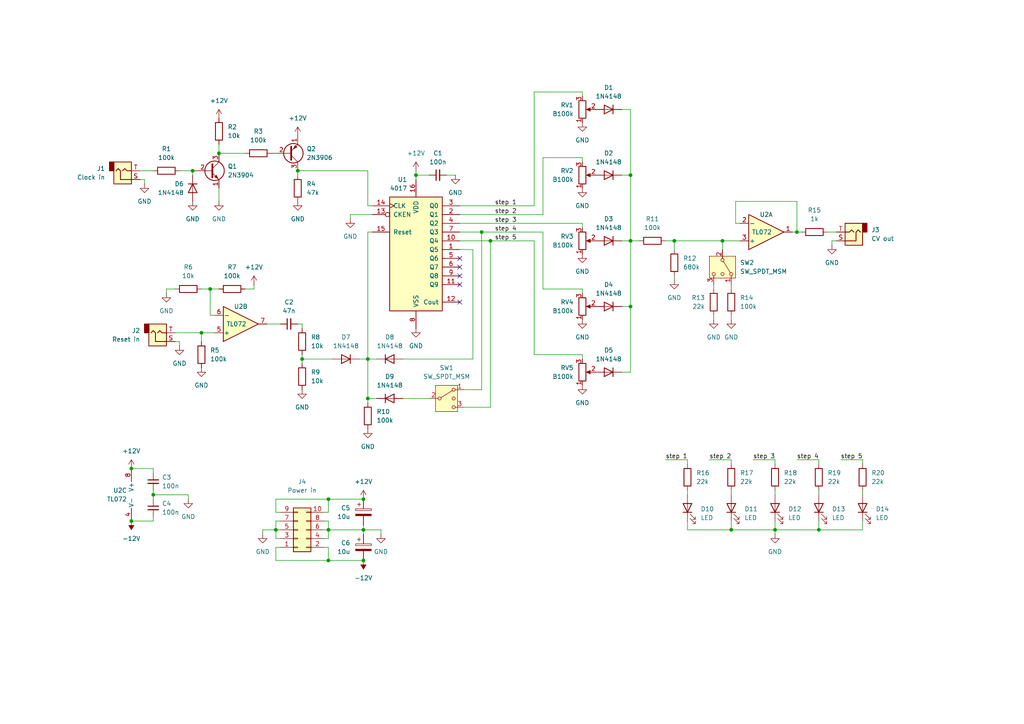
<source format=kicad_sch>
(kicad_sch (version 20231120) (generator "eeschema") (generator_version "8.0")
  (paper "A4")
  (title_block (title "5equencer") (date "2024-11-01") (rev "1.1") (company "Sandelinos") (comment 1 "https://sandelinos.me/diy/5equencer"))
  (lib_symbols
    (symbol "4xxx:4017" (pin_names (offset 1.016))
      (property "Reference" "U" (at -7.62 16.51 0))
      (property "Value" "4017" (at -7.62 -19.05 0))
      (symbol "4017_1_0"
        (pin output line (at 12.7 0 180) (length 5.08) (name "Q5") (number "1"))
        (pin output line (at 12.7 2.54 180) (length 5.08) (name "Q4") (number "10"))
        (pin output line (at 12.7 -10.16 180) (length 5.08) (name "Q9") (number "11"))
        (pin output line (at 12.7 -15.24 180) (length 5.08) (name "Cout") (number "12"))
        (pin input inverted (at -12.7 10.16 0) (length 5.08) (name "CKEN") (number "13"))
        (pin input clock (at -12.7 12.7 0) (length 5.08) (name "CLK") (number "14"))
        (pin input line (at -12.7 5.08 0) (length 5.08) (name "Reset") (number "15"))
        (pin power_in line (at 0 20.32 270) (length 5.08) (name "VDD") (number "16"))
        (pin output line (at 12.7 10.16 180) (length 5.08) (name "Q1") (number "2"))
        (pin output line (at 12.7 12.7 180) (length 5.08) (name "Q0") (number "3"))
        (pin output line (at 12.7 7.62 180) (length 5.08) (name "Q2") (number "4"))
        (pin output line (at 12.7 -2.54 180) (length 5.08) (name "Q6") (number "5"))
        (pin output line (at 12.7 -5.08 180) (length 5.08) (name "Q7") (number "6"))
        (pin output line (at 12.7 5.08 180) (length 5.08) (name "Q3") (number "7"))
        (pin power_in line (at 0 -22.86 90) (length 5.08) (name "VSS") (number "8"))
        (pin output line (at 12.7 -7.62 180) (length 5.08) (name "Q8") (number "9"))
      )
      (symbol "4017_1_1"
        (rectangle (start -7.62 15.24) (end 7.62 -17.78) (stroke (width 0.254)) (fill (type background)))
      )
    )
    (symbol "Amplifier_Operational:TL072" (pin_names (offset 0.127))
      (property "Reference" "U" (at 0 5.08 0))
      (property "Value" "TL072" (at 0 -5.08 0))
      (symbol "TL072_1_1"
        (polyline (pts (xy -5.08 5.08) (xy 5.08 0) (xy -5.08 -5.08) (xy -5.08 5.08)) (stroke (width 0.254)) (fill (type background)))
        (pin output line (at 7.62 0 180) (length 2.54) (name "~") (number "1"))
        (pin input line (at -7.62 -2.54 0) (length 2.54) (name "-") (number "2"))
        (pin input line (at -7.62 2.54 0) (length 2.54) (name "+") (number "3"))
      )
      (symbol "TL072_2_1"
        (polyline (pts (xy -5.08 5.08) (xy 5.08 0) (xy -5.08 -5.08) (xy -5.08 5.08)) (stroke (width 0.254)) (fill (type background)))
        (pin input line (at -7.62 2.54 0) (length 2.54) (name "+") (number "5"))
        (pin input line (at -7.62 -2.54 0) (length 2.54) (name "-") (number "6"))
        (pin output line (at 7.62 0 180) (length 2.54) (name "~") (number "7"))
      )
      (symbol "TL072_3_1"
        (pin power_in line (at -2.54 -7.62 90) (length 3.81) (name "V-") (number "4"))
        (pin power_in line (at -2.54 7.62 270) (length 3.81) (name "V+") (number "8"))
      )
    )
    (symbol "Connector_Audio:AudioJack2"
      (property "Reference" "J" (at 0 8.89 0))
      (property "Value" "AudioJack2" (at 0 6.35 0))
      (symbol "AudioJack2_0_1"
        (rectangle (start -3.81 0) (end -2.54 -2.54) (stroke (width 0.254)) (fill (type outline)))
        (rectangle (start -2.54 3.81) (end 2.54 -2.54) (stroke (width 0.254)) (fill (type background)))
        (polyline (pts (xy 0 0) (xy 0.635 -0.635) (xy 1.27 0) (xy 2.54 0)) (stroke (width 0.254)))
        (polyline (pts (xy 2.54 2.54) (xy -0.635 2.54) (xy -0.635 0) (xy -1.27 -0.635) (xy -1.905 0)) (stroke (width 0.254)))
      )
      (symbol "AudioJack2_1_1"
        (pin passive line (at 5.08 2.54 180) (length 2.54) (name "~") (number "S"))
        (pin passive line (at 5.08 0 180) (length 2.54) (name "~") (number "T"))
      )
    )
    (symbol "Connector_Generic:Conn_02x05_Odd_Even" (pin_names (offset 1.016) hide)
      (property "Reference" "J" (at 1.27 7.62 0))
      (property "Value" "Conn_02x05_Odd_Even" (at 1.27 -7.62 0))
      (symbol "Conn_02x05_Odd_Even_1_1"
        (rectangle (start -1.27 -4.953) (end 0 -5.207) (stroke (width 0.1524)))
        (rectangle (start -1.27 -2.413) (end 0 -2.667) (stroke (width 0.1524)))
        (rectangle (start -1.27 0.127) (end 0 -0.127) (stroke (width 0.1524)))
        (rectangle (start -1.27 2.667) (end 0 2.413) (stroke (width 0.1524)))
        (rectangle (start -1.27 5.207) (end 0 4.953) (stroke (width 0.1524)))
        (rectangle (start -1.27 6.35) (end 3.81 -6.35) (stroke (width 0.254)) (fill (type background)))
        (rectangle (start 3.81 -4.953) (end 2.54 -5.207) (stroke (width 0.1524)))
        (rectangle (start 3.81 -2.413) (end 2.54 -2.667) (stroke (width 0.1524)))
        (rectangle (start 3.81 0.127) (end 2.54 -0.127) (stroke (width 0.1524)))
        (rectangle (start 3.81 2.667) (end 2.54 2.413) (stroke (width 0.1524)))
        (rectangle (start 3.81 5.207) (end 2.54 4.953) (stroke (width 0.1524)))
        (pin passive line (at -5.08 5.08 0) (length 3.81) (name "Pin_1") (number "1"))
        (pin passive line (at 7.62 -5.08 180) (length 3.81) (name "Pin_10") (number "10"))
        (pin passive line (at 7.62 5.08 180) (length 3.81) (name "Pin_2") (number "2"))
        (pin passive line (at -5.08 2.54 0) (length 3.81) (name "Pin_3") (number "3"))
        (pin passive line (at 7.62 2.54 180) (length 3.81) (name "Pin_4") (number "4"))
        (pin passive line (at -5.08 0 0) (length 3.81) (name "Pin_5") (number "5"))
        (pin passive line (at 7.62 0 180) (length 3.81) (name "Pin_6") (number "6"))
        (pin passive line (at -5.08 -2.54 0) (length 3.81) (name "Pin_7") (number "7"))
        (pin passive line (at 7.62 -2.54 180) (length 3.81) (name "Pin_8") (number "8"))
        (pin passive line (at -5.08 -5.08 0) (length 3.81) (name "Pin_9") (number "9"))
      )
    )
    (symbol "Device:C_Polarized" (pin_numbers hide) (pin_names (offset 0.254))
      (property "Reference" "C" (at 0.635 2.54 0))
      (property "Value" "C_Polarized" (at 0.635 -2.54 0))
      (symbol "C_Polarized_0_1"
        (rectangle (start -2.286 0.508) (end 2.286 1.016))
        (polyline (pts (xy -1.778 2.286) (xy -0.762 2.286)))
        (polyline (pts (xy -1.27 2.794) (xy -1.27 1.778)))
        (rectangle (start 2.286 -0.508) (end -2.286 -1.016) (fill (type outline)))
      )
      (symbol "C_Polarized_1_1"
        (pin passive line (at 0 3.81 270) (length 2.794) (name "~") (number "1"))
        (pin passive line (at 0 -3.81 90) (length 2.794) (name "~") (number "2"))
      )
    )
    (symbol "Device:C_Small" (pin_numbers hide) (pin_names (offset 0.254) hide)
      (property "Reference" "C" (at 0.254 1.778 0))
      (property "Value" "C_Small" (at 0.254 -2.032 0))
      (symbol "C_Small_0_1"
        (polyline (pts (xy -1.524 -0.508) (xy 1.524 -0.508)) (stroke (width 0.3302)))
        (polyline (pts (xy -1.524 0.508) (xy 1.524 0.508)) (stroke (width 0.3048)))
      )
      (symbol "C_Small_1_1"
        (pin passive line (at 0 2.54 270) (length 2.032) (name "~") (number "1"))
        (pin passive line (at 0 -2.54 90) (length 2.032) (name "~") (number "2"))
      )
    )
    (symbol "Device:LED" (pin_numbers hide) (pin_names (offset 1.016) hide)
      (property "Reference" "D" (at 0 2.54 0))
      (property "Value" "LED" (at 0 -2.54 0))
      (symbol "LED_0_1"
        (polyline (pts (xy -1.27 -1.27) (xy -1.27 1.27)) (stroke (width 0.254)))
        (polyline (pts (xy -1.27 0) (xy 1.27 0)))
        (polyline (pts (xy 1.27 -1.27) (xy 1.27 1.27) (xy -1.27 0) (xy 1.27 -1.27)) (stroke (width 0.254)))
        (polyline (pts (xy -3.048 -0.762) (xy -4.572 -2.286) (xy -3.81 -2.286) (xy -4.572 -2.286) (xy -4.572 -1.524)))
        (polyline (pts (xy -1.778 -0.762) (xy -3.302 -2.286) (xy -2.54 -2.286) (xy -3.302 -2.286) (xy -3.302 -1.524)))
      )
      (symbol "LED_1_1"
        (pin passive line (at -3.81 0 0) (length 2.54) (name "K") (number "1"))
        (pin passive line (at 3.81 0 180) (length 2.54) (name "A") (number "2"))
      )
    )
    (symbol "Device:R" (pin_numbers hide) (pin_names (offset 0))
      (property "Reference" "R" (at 2.032 0 90))
      (property "Value" "R" (at 0 0 90))
      (symbol "R_0_1"
        (rectangle (start -1.016 -2.54) (end 1.016 2.54) (stroke (width 0.254)))
      )
      (symbol "R_1_1"
        (pin passive line (at 0 3.81 270) (length 1.27) (name "~") (number "1"))
        (pin passive line (at 0 -3.81 90) (length 1.27) (name "~") (number "2"))
      )
    )
    (symbol "Device:R_Potentiometer" (pin_names (offset 1.016) hide)
      (property "Reference" "RV" (at -4.445 0 90))
      (property "Value" "R_Potentiometer" (at -2.54 0 90))
      (symbol "R_Potentiometer_0_1"
        (polyline (pts (xy 2.54 0) (xy 1.524 0)))
        (polyline (pts (xy 1.143 0) (xy 2.286 0.508) (xy 2.286 -0.508) (xy 1.143 0)) (fill (type outline)))
        (rectangle (start 1.016 2.54) (end -1.016 -2.54) (stroke (width 0.254)))
      )
      (symbol "R_Potentiometer_1_1"
        (pin passive line (at 0 3.81 270) (length 1.27) (name "1") (number "1"))
        (pin passive line (at 3.81 0 180) (length 1.27) (name "2") (number "2"))
        (pin passive line (at 0 -3.81 90) (length 1.27) (name "3") (number "3"))
      )
    )
    (symbol "Diode:1N4148" (pin_numbers hide) (pin_names hide)
      (property "Reference" "D" (at 0 2.54 0))
      (property "Value" "1N4148" (at 0 -2.54 0))
      (symbol "1N4148_0_1"
        (polyline (pts (xy -1.27 1.27) (xy -1.27 -1.27)) (stroke (width 0.254)))
        (polyline (pts (xy 1.27 0) (xy -1.27 0)))
        (polyline (pts (xy 1.27 1.27) (xy 1.27 -1.27) (xy -1.27 0) (xy 1.27 1.27)) (stroke (width 0.254)))
      )
      (symbol "1N4148_1_1"
        (pin passive line (at -3.81 0 0) (length 2.54) (name "K") (number "1"))
        (pin passive line (at 3.81 0 180) (length 2.54) (name "A") (number "2"))
      )
    )
    (symbol "Switch:SW_SPDT_MSM" (pin_names (offset 0) hide)
      (property "Reference" "SW" (at 0 5.08 0))
      (property "Value" "SW_SPDT_MSM" (at 0 -5.08 0))
      (symbol "SW_SPDT_MSM_0_1"
        (circle (center -2.032 0) (radius 0.4572))
        (polyline (pts (xy -1.651 0.254) (xy 1.651 2.286)))
        (circle (center 2.032 -2.54) (radius 0.4572))
        (circle (center 2.032 0) (radius 0.4572))
        (circle (center 2.032 2.54) (radius 0.4572))
      )
      (symbol "SW_SPDT_MSM_1_1"
        (rectangle (start -3.175 3.81) (end 3.175 -3.81) (fill (type background)))
        (pin passive line (at 5.08 2.54 180) (length 2.54) (name "1") (number "1"))
        (pin passive line (at -5.08 0 0) (length 2.54) (name "3") (number "2"))
        (pin passive line (at 5.08 -2.54 180) (length 2.54) (name "4") (number "3"))
      )
    )
    (symbol "Transistor_BJT:2N3904" (pin_names (offset 0) hide)
      (property "Reference" "Q" (at 5.08 1.905 0))
      (property "Value" "2N3904" (at 5.08 0 0))
      (symbol "2N3904_0_1"
        (polyline (pts (xy 0.635 0.635) (xy 2.54 2.54)))
        (polyline (pts (xy 0.635 -0.635) (xy 2.54 -2.54) (xy 2.54 -2.54)))
        (polyline (pts (xy 0.635 1.905) (xy 0.635 -1.905) (xy 0.635 -1.905)) (stroke (width 0.508)))
        (polyline (pts (xy 1.27 -1.778) (xy 1.778 -1.27) (xy 2.286 -2.286) (xy 1.27 -1.778) (xy 1.27 -1.778)) (fill (type outline)))
        (circle (center 1.27 0) (radius 2.8194) (stroke (width 0.254)))
      )
      (symbol "2N3904_1_1"
        (pin passive line (at 2.54 -5.08 90) (length 2.54) (name "E") (number "1"))
        (pin passive line (at -5.08 0 0) (length 5.715) (name "B") (number "2"))
        (pin passive line (at 2.54 5.08 270) (length 2.54) (name "C") (number "3"))
      )
    )
    (symbol "Transistor_BJT:2N3906" (pin_names (offset 0) hide)
      (property "Reference" "Q" (at 5.08 1.905 0))
      (property "Value" "2N3906" (at 5.08 0 0))
      (symbol "2N3906_0_1"
        (polyline (pts (xy 0.635 0.635) (xy 2.54 2.54)))
        (polyline (pts (xy 0.635 -0.635) (xy 2.54 -2.54) (xy 2.54 -2.54)))
        (polyline (pts (xy 0.635 1.905) (xy 0.635 -1.905) (xy 0.635 -1.905)) (stroke (width 0.508)))
        (polyline (pts (xy 2.286 -1.778) (xy 1.778 -2.286) (xy 1.27 -1.27) (xy 2.286 -1.778) (xy 2.286 -1.778)) (fill (type outline)))
        (circle (center 1.27 0) (radius 2.8194) (stroke (width 0.254)))
      )
      (symbol "2N3906_1_1"
        (pin passive line (at 2.54 -5.08 90) (length 2.54) (name "E") (number "1"))
        (pin input line (at -5.08 0 0) (length 5.715) (name "B") (number "2"))
        (pin passive line (at 2.54 5.08 270) (length 2.54) (name "C") (number "3"))
      )
    )
    (symbol "power:+12V" (power) (pin_numbers hide) (pin_names (offset 0) hide)
      (property "Value" "+12V" (at 0 3.556 0))
      (symbol "+12V_0_1"
        (polyline (pts (xy -0.762 1.27) (xy 0 2.54)))
        (polyline (pts (xy 0 0) (xy 0 2.54)))
        (polyline (pts (xy 0 2.54) (xy 0.762 1.27)))
      )
      (symbol "+12V_1_1"
        (pin power_in line (at 0 0 90) (length 0) (name "~") (number "1"))
      )
    )
    (symbol "power:-12V" (power) (pin_numbers hide) (pin_names (offset 0) hide)
      (property "Value" "-12V" (at 0 3.556 0))
      (symbol "-12V_0_0"
        (pin power_in line (at 0 0 90) (length 0) (name "~") (number "1"))
      )
      (symbol "-12V_0_1"
        (polyline (pts (xy 0 0) (xy 0 1.27) (xy 0.762 1.27) (xy 0 2.54) (xy -0.762 1.27) (xy 0 1.27)) (fill (type outline)))
      )
    )
    (symbol "power:GND" (power) (pin_numbers hide) (pin_names (offset 0) hide)
      (property "Value" "GND" (at 0 -3.81 0))
      (symbol "GND_0_1"
        (polyline (pts (xy 0 0) (xy 0 -1.27) (xy 1.27 -1.27) (xy 0 -2.54) (xy -1.27 -1.27) (xy 0 -1.27)))
      )
      (symbol "GND_1_1"
        (pin power_in line (at 0 0 270) (length 0) (name "~") (number "1"))
      )
    )
  )
  (junction (at 105.41 144.78))
  (junction (at 80.01 153.67))
  (junction (at 106.68 115.57))
  (junction (at 231.14 67.31))
  (junction (at 237.49 153.67))
  (junction (at 95.25 144.78))
  (junction (at 212.09 153.67))
  (junction (at 95.25 162.56))
  (junction (at 182.88 69.85))
  (junction (at 139.7 67.31))
  (junction (at 106.68 104.14))
  (junction (at 58.42 96.52))
  (junction (at 55.88 49.53))
  (junction (at 142.24 69.85))
  (junction (at 120.65 50.8))
  (junction (at 38.1 135.89))
  (junction (at 209.55 69.85))
  (junction (at 95.25 153.67))
  (junction (at 182.88 88.9))
  (junction (at 44.45 143.51))
  (junction (at 182.88 50.8))
  (junction (at 87.63 104.14))
  (junction (at 224.79 153.67))
  (junction (at 105.41 162.56))
  (junction (at 105.41 153.67))
  (junction (at 60.96 83.82))
  (junction (at 38.1 151.13))
  (junction (at 86.36 49.53))
  (junction (at 195.58 69.85))
  (junction (at 63.5 44.45))
  (no_connect (at 133.35 80.01))
  (no_connect (at 133.35 87.63))
  (no_connect (at 133.35 77.47))
  (no_connect (at 133.35 74.93))
  (no_connect (at 133.35 82.55))
  (wire (pts (xy 80.01 153.67) (xy 81.28 153.67)))
  (wire (pts (xy 250.19 133.35) (xy 250.19 134.62)))
  (wire (pts (xy 134.62 118.11) (xy 142.24 118.11)))
  (wire (pts (xy 60.96 91.44) (xy 62.23 91.44)))
  (wire (pts (xy 86.36 93.98) (xy 87.63 93.98)))
  (wire (pts (xy 243.84 133.35) (xy 250.19 133.35)))
  (wire (pts (xy 63.5 44.45) (xy 71.12 44.45)))
  (wire (pts (xy 80.01 158.75) (xy 80.01 162.56)))
  (wire (pts (xy 139.7 67.31) (xy 157.48 67.31)))
  (wire (pts (xy 207.01 82.55) (xy 207.01 83.82)))
  (wire (pts (xy 193.04 69.85) (xy 195.58 69.85)))
  (wire (pts (xy 93.98 158.75) (xy 95.25 158.75)))
  (wire (pts (xy 87.63 104.14) (xy 87.63 105.41)))
  (wire (pts (xy 205.74 133.35) (xy 212.09 133.35)))
  (wire (pts (xy 134.62 113.03) (xy 139.7 113.03)))
  (wire (pts (xy 212.09 142.24) (xy 212.09 143.51)))
  (wire (pts (xy 133.35 64.77) (xy 168.91 64.77)))
  (wire (pts (xy 106.68 49.53) (xy 106.68 59.69)))
  (wire (pts (xy 154.94 69.85) (xy 154.94 102.87)))
  (wire (pts (xy 120.65 50.8) (xy 124.46 50.8)))
  (wire (pts (xy 224.79 153.67) (xy 237.49 153.67)))
  (wire (pts (xy 212.09 133.35) (xy 212.09 134.62)))
  (wire (pts (xy 231.14 67.31) (xy 232.41 67.31)))
  (wire (pts (xy 104.14 104.14) (xy 106.68 104.14)))
  (wire (pts (xy 157.48 45.72) (xy 168.91 45.72)))
  (wire (pts (xy 95.25 162.56) (xy 95.25 158.75)))
  (wire (pts (xy 81.28 151.13) (xy 80.01 151.13)))
  (wire (pts (xy 60.96 83.82) (xy 63.5 83.82)))
  (wire (pts (xy 95.25 153.67) (xy 105.41 153.67)))
  (wire (pts (xy 52.07 100.33) (xy 52.07 99.06)))
  (wire (pts (xy 224.79 133.35) (xy 224.79 134.62)))
  (wire (pts (xy 182.88 88.9) (xy 182.88 107.95)))
  (wire (pts (xy 195.58 69.85) (xy 195.58 72.39)))
  (wire (pts (xy 182.88 69.85) (xy 185.42 69.85)))
  (wire (pts (xy 199.39 151.13) (xy 199.39 153.67)))
  (wire (pts (xy 80.01 144.78) (xy 95.25 144.78)))
  (wire (pts (xy 180.34 31.75) (xy 182.88 31.75)))
  (wire (pts (xy 87.63 93.98) (xy 87.63 95.25)))
  (wire (pts (xy 95.25 148.59) (xy 93.98 148.59)))
  (wire (pts (xy 110.49 154.94) (xy 110.49 153.67)))
  (wire (pts (xy 241.3 69.85) (xy 242.57 69.85)))
  (wire (pts (xy 44.45 151.13) (xy 44.45 149.86)))
  (wire (pts (xy 77.47 93.98) (xy 81.28 93.98)))
  (wire (pts (xy 110.49 153.67) (xy 105.41 153.67)))
  (wire (pts (xy 95.25 156.21) (xy 93.98 156.21)))
  (wire (pts (xy 199.39 133.35) (xy 199.39 134.62)))
  (wire (pts (xy 95.25 153.67) (xy 95.25 156.21)))
  (wire (pts (xy 105.41 153.67) (xy 105.41 154.94)))
  (wire (pts (xy 48.26 83.82) (xy 50.8 83.82)))
  (wire (pts (xy 157.48 83.82) (xy 168.91 83.82)))
  (wire (pts (xy 105.41 152.4) (xy 105.41 153.67)))
  (wire (pts (xy 133.35 67.31) (xy 139.7 67.31)))
  (wire (pts (xy 168.91 102.87) (xy 168.91 104.14)))
  (wire (pts (xy 95.25 162.56) (xy 105.41 162.56)))
  (wire (pts (xy 168.91 45.72) (xy 168.91 46.99)))
  (wire (pts (xy 80.01 162.56) (xy 95.25 162.56)))
  (wire (pts (xy 168.91 64.77) (xy 168.91 66.04)))
  (wire (pts (xy 106.68 104.14) (xy 106.68 115.57)))
  (wire (pts (xy 212.09 91.44) (xy 212.09 92.71)))
  (wire (pts (xy 60.96 83.82) (xy 60.96 91.44)))
  (wire (pts (xy 73.66 82.55) (xy 73.66 83.82)))
  (wire (pts (xy 132.08 50.8) (xy 129.54 50.8)))
  (wire (pts (xy 137.16 104.14) (xy 116.84 104.14)))
  (wire (pts (xy 224.79 153.67) (xy 224.79 154.94)))
  (wire (pts (xy 182.88 50.8) (xy 180.34 50.8)))
  (wire (pts (xy 193.04 133.35) (xy 199.39 133.35)))
  (wire (pts (xy 80.01 153.67) (xy 80.01 156.21)))
  (wire (pts (xy 44.45 143.51) (xy 44.45 144.78)))
  (wire (pts (xy 54.61 143.51) (xy 54.61 144.78)))
  (wire (pts (xy 207.01 91.44) (xy 207.01 92.71)))
  (wire (pts (xy 73.66 83.82) (xy 71.12 83.82)))
  (wire (pts (xy 213.36 58.42) (xy 231.14 58.42)))
  (wire (pts (xy 80.01 156.21) (xy 81.28 156.21)))
  (wire (pts (xy 80.01 151.13) (xy 80.01 153.67)))
  (wire (pts (xy 209.55 69.85) (xy 209.55 72.39)))
  (wire (pts (xy 41.91 53.34) (xy 41.91 52.07)))
  (wire (pts (xy 76.2 154.94) (xy 76.2 153.67)))
  (wire (pts (xy 81.28 148.59) (xy 80.01 148.59)))
  (wire (pts (xy 87.63 102.87) (xy 87.63 104.14)))
  (wire (pts (xy 63.5 58.42) (xy 63.5 54.61)))
  (wire (pts (xy 154.94 26.67) (xy 168.91 26.67)))
  (wire (pts (xy 50.8 96.52) (xy 58.42 96.52)))
  (wire (pts (xy 63.5 41.91) (xy 63.5 44.45)))
  (wire (pts (xy 58.42 96.52) (xy 62.23 96.52)))
  (wire (pts (xy 237.49 142.24) (xy 237.49 143.51)))
  (wire (pts (xy 137.16 72.39) (xy 137.16 104.14)))
  (wire (pts (xy 48.26 85.09) (xy 48.26 83.82)))
  (wire (pts (xy 142.24 69.85) (xy 142.24 118.11)))
  (wire (pts (xy 93.98 153.67) (xy 95.25 153.67)))
  (wire (pts (xy 54.61 143.51) (xy 44.45 143.51)))
  (wire (pts (xy 55.88 49.53) (xy 55.88 50.8)))
  (wire (pts (xy 199.39 153.67) (xy 212.09 153.67)))
  (wire (pts (xy 38.1 151.13) (xy 44.45 151.13)))
  (wire (pts (xy 106.68 115.57) (xy 106.68 116.84)))
  (wire (pts (xy 180.34 107.95) (xy 182.88 107.95)))
  (wire (pts (xy 237.49 151.13) (xy 237.49 153.67)))
  (wire (pts (xy 214.63 64.77) (xy 213.36 64.77)))
  (wire (pts (xy 80.01 148.59) (xy 80.01 144.78)))
  (wire (pts (xy 224.79 151.13) (xy 224.79 153.67)))
  (wire (pts (xy 218.44 133.35) (xy 224.79 133.35)))
  (wire (pts (xy 224.79 142.24) (xy 224.79 143.51)))
  (wire (pts (xy 133.35 62.23) (xy 157.48 62.23)))
  (wire (pts (xy 212.09 82.55) (xy 212.09 83.82)))
  (wire (pts (xy 168.91 26.67) (xy 168.91 27.94)))
  (wire (pts (xy 195.58 69.85) (xy 209.55 69.85)))
  (wire (pts (xy 93.98 151.13) (xy 95.25 151.13)))
  (wire (pts (xy 209.55 69.85) (xy 214.63 69.85)))
  (wire (pts (xy 231.14 133.35) (xy 237.49 133.35)))
  (wire (pts (xy 241.3 71.12) (xy 241.3 69.85)))
  (wire (pts (xy 250.19 142.24) (xy 250.19 143.51)))
  (wire (pts (xy 237.49 133.35) (xy 237.49 134.62)))
  (wire (pts (xy 182.88 69.85) (xy 182.88 50.8)))
  (wire (pts (xy 95.25 151.13) (xy 95.25 153.67)))
  (wire (pts (xy 250.19 153.67) (xy 250.19 151.13)))
  (wire (pts (xy 195.58 80.01) (xy 195.58 81.28)))
  (wire (pts (xy 133.35 72.39) (xy 137.16 72.39)))
  (wire (pts (xy 240.03 67.31) (xy 242.57 67.31)))
  (wire (pts (xy 106.68 104.14) (xy 109.22 104.14)))
  (wire (pts (xy 101.6 62.23) (xy 107.95 62.23)))
  (wire (pts (xy 168.91 83.82) (xy 168.91 85.09)))
  (wire (pts (xy 154.94 59.69) (xy 154.94 26.67)))
  (wire (pts (xy 58.42 83.82) (xy 60.96 83.82)))
  (wire (pts (xy 182.88 69.85) (xy 182.88 88.9)))
  (wire (pts (xy 109.22 115.57) (xy 106.68 115.57)))
  (wire (pts (xy 95.25 144.78) (xy 105.41 144.78)))
  (wire (pts (xy 213.36 64.77) (xy 213.36 58.42)))
  (wire (pts (xy 199.39 142.24) (xy 199.39 143.51)))
  (wire (pts (xy 38.1 135.89) (xy 44.45 135.89)))
  (wire (pts (xy 180.34 88.9) (xy 182.88 88.9)))
  (wire (pts (xy 133.35 59.69) (xy 154.94 59.69)))
  (wire (pts (xy 58.42 96.52) (xy 58.42 99.06)))
  (wire (pts (xy 52.07 49.53) (xy 55.88 49.53)))
  (wire (pts (xy 182.88 31.75) (xy 182.88 50.8)))
  (wire (pts (xy 101.6 63.5) (xy 101.6 62.23)))
  (wire (pts (xy 116.84 115.57) (xy 124.46 115.57)))
  (wire (pts (xy 81.28 158.75) (xy 80.01 158.75)))
  (wire (pts (xy 86.36 49.53) (xy 86.36 50.8)))
  (wire (pts (xy 52.07 99.06) (xy 50.8 99.06)))
  (wire (pts (xy 41.91 52.07) (xy 40.64 52.07)))
  (wire (pts (xy 86.36 49.53) (xy 106.68 49.53)))
  (wire (pts (xy 142.24 69.85) (xy 154.94 69.85)))
  (wire (pts (xy 157.48 62.23) (xy 157.48 45.72)))
  (wire (pts (xy 106.68 67.31) (xy 107.95 67.31)))
  (wire (pts (xy 120.65 50.8) (xy 120.65 52.07)))
  (wire (pts (xy 44.45 135.89) (xy 44.45 137.16)))
  (wire (pts (xy 154.94 102.87) (xy 168.91 102.87)))
  (wire (pts (xy 237.49 153.67) (xy 250.19 153.67)))
  (wire (pts (xy 95.25 144.78) (xy 95.25 148.59)))
  (wire (pts (xy 120.65 49.53) (xy 120.65 50.8)))
  (wire (pts (xy 106.68 59.69) (xy 107.95 59.69)))
  (wire (pts (xy 157.48 67.31) (xy 157.48 83.82)))
  (wire (pts (xy 76.2 153.67) (xy 80.01 153.67)))
  (wire (pts (xy 133.35 69.85) (xy 142.24 69.85)))
  (wire (pts (xy 106.68 67.31) (xy 106.68 104.14)))
  (wire (pts (xy 87.63 104.14) (xy 96.52 104.14)))
  (wire (pts (xy 231.14 58.42) (xy 231.14 67.31)))
  (wire (pts (xy 139.7 67.31) (xy 139.7 113.03)))
  (wire (pts (xy 44.45 142.24) (xy 44.45 143.51)))
  (wire (pts (xy 231.14 67.31) (xy 229.87 67.31)))
  (wire (pts (xy 180.34 69.85) (xy 182.88 69.85)))
  (wire (pts (xy 212.09 153.67) (xy 224.79 153.67)))
  (wire (pts (xy 212.09 151.13) (xy 212.09 153.67)))
  (wire (pts (xy 40.64 49.53) (xy 44.45 49.53)))
  (label "step 2" (at 205.74 133.35 0))
  (label "step 4" (at 231.14 133.35 0))
  (label "step 3" (at 143.51 64.77 0))
  (label "step 1" (at 193.04 133.35 0))
  (label "step 2" (at 143.51 62.23 0))
  (label "step 5" (at 143.51 69.85 0))
  (label "step 5" (at 243.84 133.35 0))
  (label "step 1" (at 143.51 59.69 0))
  (label "step 4" (at 143.51 67.31 0))
  (label "step 3" (at 218.44 133.35 0))
  (symbol (lib_id "power:+12V") (at 38.1 135.89 0) (unit 1)
    (property "Reference" "#PWR023" (effects (hide yes)))
    (property "Value" "+12V" (at 38.1 130.81 0))
    (property "Description" "Power symbol creates a global label with name \"+12V\"" (effects (hide yes)))
  )
  (symbol (lib_id "power:GND") (at 212.09 92.71 0) (unit 1)
    (property "Reference" "#PWR027" (effects (hide yes)))
    (property "Value" "GND" (at 212.09 97.79 0))
    (property "Description" "Power symbol creates a global label with name \"GND\" , ground" (effects (hide yes)))
  )
  (symbol (lib_id "power:GND") (at 106.68 124.46 0) (unit 1)
    (property "Reference" "#PWR08" (effects (hide yes)))
    (property "Value" "GND" (at 106.68 129.54 0))
    (property "Description" "Power symbol creates a global label with name \"GND\" , ground" (effects (hide yes)))
  )
  (symbol (lib_id "Device:R") (at 224.79 138.43 0) (unit 1)
    (property "Reference" "R18" (at 227.33 137.1599 0) (effects (justify left)))
    (property "Value" "22k" (at 227.33 139.6999 0) (effects (justify left)))
    (property "Description" "Resistor" (effects (hide yes)))
  )
  (symbol (lib_id "Device:R") (at 106.68 120.65 0) (unit 1)
    (property "Reference" "R10" (at 109.22 119.3799 0) (effects (justify left)))
    (property "Value" "100k" (at 109.22 121.9199 0) (effects (justify left)))
    (property "Description" "Resistor" (effects (hide yes)))
  )
  (symbol (lib_id "Diode:1N4148") (at 113.03 115.57 0) (unit 1)
    (property "Reference" "D9" (at 113.03 109.22 0))
    (property "Value" "1N4148" (at 113.03 111.76 0))
    (property "Footprint" "Diode_THT:D_DO-35_SOD27_P7.62mm_Horizontal" (effects (hide yes)))
    (property "Datasheet" "https://assets.nexperia.com/documents/data-sheet/1N4148_1N4448.pdf" (effects (hide yes)))
    (property "Description" "100V 0.15A standard switching diode, DO-35" (effects (hide yes)))
    (property "Sim.Device" "D" (effects (hide yes)))
    (property "Sim.Pins" "1=K 2=A" (effects (hide yes)))
  )
  (symbol (lib_id "Device:R") (at 63.5 38.1 0) (unit 1)
    (property "Reference" "R2" (at 66.04 36.8299 0) (effects (justify left)))
    (property "Value" "10k" (at 66.04 39.3699 0) (effects (justify left)))
    (property "Description" "Resistor" (effects (hide yes)))
  )
  (symbol (lib_id "Device:C_Small") (at 127 50.8 90) (unit 1)
    (property "Reference" "C1" (at 127.0063 44.45 90))
    (property "Value" "100n" (at 127.0063 46.99 90))
    (property "Description" "Unpolarized capacitor, small symbol" (effects (hide yes)))
  )
  (symbol (lib_id "power:GND") (at 168.91 54.61 0) (unit 1)
    (property "Reference" "#PWR017" (effects (hide yes)))
    (property "Value" "GND" (at 168.91 59.69 0))
    (property "Description" "Power symbol creates a global label with name \"GND\" , ground" (effects (hide yes)))
  )
  (symbol (lib_id "power:+12V") (at 120.65 49.53 0) (unit 1)
    (property "Reference" "#PWR05" (effects (hide yes)))
    (property "Value" "+12V" (at 120.65 44.45 0))
    (property "Description" "Power symbol creates a global label with name \"+12V\"" (effects (hide yes)))
  )
  (symbol (lib_id "Device:R_Potentiometer") (at 168.91 88.9 0) (mirror x) (unit 1)
    (property "Reference" "RV4" (at 166.37 87.6299 0) (effects (justify right)))
    (property "Value" "B100k" (at 166.37 90.1699 0) (effects (justify right)))
    (property "Description" "Potentiometer" (effects (hide yes)))
  )
  (symbol (lib_id "Device:R") (at 48.26 49.53 90) (unit 1)
    (property "Reference" "R1" (at 48.26 43.18 90))
    (property "Value" "100k" (at 48.26 45.72 90))
    (property "Description" "Resistor" (effects (hide yes)))
  )
  (symbol (lib_id "power:GND") (at 168.91 35.56 0) (unit 1)
    (property "Reference" "#PWR016" (effects (hide yes)))
    (property "Value" "GND" (at 168.91 40.64 0))
    (property "Description" "Power symbol creates a global label with name \"GND\" , ground" (effects (hide yes)))
  )
  (symbol (lib_id "Connector_Audio:AudioJack2") (at 35.56 49.53 0) (mirror x) (unit 1)
    (property "Reference" "J1" (at 30.48 48.8949 0) (effects (justify right)))
    (property "Value" "Clock in" (at 30.48 51.4349 0) (effects (justify right)))
    (property "Description" "Audio Jack, 2 Poles (Mono / TS)" (effects (hide yes)))
  )
  (symbol (lib_id "Diode:1N4148") (at 176.53 107.95 180) (unit 1)
    (property "Reference" "D5" (at 176.53 101.6 0))
    (property "Value" "1N4148" (at 176.53 104.14 0))
    (property "Footprint" "Diode_THT:D_DO-35_SOD27_P7.62mm_Horizontal" (effects (hide yes)))
    (property "Datasheet" "https://assets.nexperia.com/documents/data-sheet/1N4148_1N4448.pdf" (effects (hide yes)))
    (property "Description" "100V 0.15A standard switching diode, DO-35" (effects (hide yes)))
    (property "Sim.Device" "D" (effects (hide yes)))
    (property "Sim.Pins" "1=K 2=A" (effects (hide yes)))
  )
  (symbol (lib_id "power:GND") (at 52.07 100.33 0) (unit 1)
    (property "Reference" "#PWR09" (effects (hide yes)))
    (property "Value" "GND" (at 52.07 105.41 0))
    (property "Description" "Power symbol creates a global label with name \"GND\" , ground" (effects (hide yes)))
  )
  (symbol (lib_id "Device:R_Potentiometer") (at 168.91 107.95 0) (mirror x) (unit 1)
    (property "Reference" "RV5" (at 166.37 106.6799 0) (effects (justify right)))
    (property "Value" "B100k" (at 166.37 109.2199 0) (effects (justify right)))
    (property "Description" "Potentiometer" (effects (hide yes)))
  )
  (symbol (lib_id "Diode:1N4148") (at 176.53 31.75 180) (unit 1)
    (property "Reference" "D1" (at 176.53 25.4 0))
    (property "Value" "1N4148" (at 176.53 27.94 0))
    (property "Footprint" "Diode_THT:D_DO-35_SOD27_P7.62mm_Horizontal" (effects (hide yes)))
    (property "Datasheet" "https://assets.nexperia.com/documents/data-sheet/1N4148_1N4448.pdf" (effects (hide yes)))
    (property "Description" "100V 0.15A standard switching diode, DO-35" (effects (hide yes)))
    (property "Sim.Device" "D" (effects (hide yes)))
    (property "Sim.Pins" "1=K 2=A" (effects (hide yes)))
  )
  (symbol (lib_id "power:GND") (at 101.6 63.5 0) (unit 1)
    (property "Reference" "#PWR01" (effects (hide yes)))
    (property "Value" "GND" (at 101.6 68.58 0))
    (property "Description" "Power symbol creates a global label with name \"GND\" , ground" (effects (hide yes)))
  )
  (symbol (lib_id "Amplifier_Operational:TL072") (at 40.64 143.51 0) (unit 3)
    (property "Reference" "U2" (at 36.83 142.24 0) (effects (justify right)))
    (property "Value" "TL072" (at 36.83 144.78 0) (effects (justify right)))
    (property "Datasheet" "http://www.ti.com/lit/ds/symlink/tl071.pdf" (effects (hide yes)))
    (property "Description" "Dual Low-Noise JFET-Input Operational Amplifiers, DIP-8/SOIC-8" (effects (hide yes)))
  )
  (symbol (lib_id "Device:R") (at 74.93 44.45 90) (unit 1)
    (property "Reference" "R3" (at 74.93 38.1 90))
    (property "Value" "100k" (at 74.93 40.64 90))
    (property "Description" "Resistor" (effects (hide yes)))
  )
  (symbol (lib_id "Device:R") (at 250.19 138.43 0) (unit 1)
    (property "Reference" "R20" (at 252.73 137.1599 0) (effects (justify left)))
    (property "Value" "22k" (at 252.73 139.6999 0) (effects (justify left)))
    (property "Description" "Resistor" (effects (hide yes)))
  )
  (symbol (lib_id "Amplifier_Operational:TL072") (at 222.25 67.31 0) (mirror x) (unit 1)
    (property "Reference" "U2" (at 222.25 62.23 0))
    (property "Value" "TL072" (at 220.98 67.31 0))
    (property "Datasheet" "http://www.ti.com/lit/ds/symlink/tl071.pdf" (effects (hide yes)))
    (property "Description" "Dual Low-Noise JFET-Input Operational Amplifiers, DIP-8/SOIC-8" (effects (hide yes)))
  )
  (symbol (lib_id "power:GND") (at 54.61 144.78 0) (unit 1)
    (property "Reference" "#PWR025" (effects (hide yes)))
    (property "Value" "GND" (at 54.61 149.86 0))
    (property "Description" "Power symbol creates a global label with name \"GND\" , ground" (effects (hide yes)))
  )
  (symbol (lib_id "Device:R") (at 87.63 99.06 0) (unit 1)
    (property "Reference" "R8" (at 90.17 97.7899 0) (effects (justify left)))
    (property "Value" "10k" (at 90.17 100.3299 0) (effects (justify left)))
    (property "Description" "Resistor" (effects (hide yes)))
  )
  (symbol (lib_id "Device:R_Potentiometer") (at 168.91 50.8 0) (mirror x) (unit 1)
    (property "Reference" "RV2" (at 166.37 49.5299 0) (effects (justify right)))
    (property "Value" "B100k" (at 166.37 52.0699 0) (effects (justify right)))
    (property "Description" "Potentiometer" (effects (hide yes)))
  )
  (symbol (lib_id "Device:R") (at 195.58 76.2 0) (unit 1)
    (property "Reference" "R12" (at 198.12 74.9299 0) (effects (justify left)))
    (property "Value" "680k" (at 198.12 77.4699 0) (effects (justify left)))
    (property "Description" "Resistor" (effects (hide yes)))
  )
  (symbol (lib_id "power:GND") (at 168.91 73.66 0) (unit 1)
    (property "Reference" "#PWR018" (effects (hide yes)))
    (property "Value" "GND" (at 168.91 78.74 0))
    (property "Description" "Power symbol creates a global label with name \"GND\" , ground" (effects (hide yes)))
  )
  (symbol (lib_id "power:GND") (at 195.58 81.28 0) (unit 1)
    (property "Reference" "#PWR022" (effects (hide yes)))
    (property "Value" "GND" (at 195.58 86.36 0))
    (property "Description" "Power symbol creates a global label with name \"GND\" , ground" (effects (hide yes)))
  )
  (symbol (lib_id "power:GND") (at 41.91 53.34 0) (unit 1)
    (property "Reference" "#PWR010" (effects (hide yes)))
    (property "Value" "GND" (at 41.91 58.42 0))
    (property "Description" "Power symbol creates a global label with name \"GND\" , ground" (effects (hide yes)))
  )
  (symbol (lib_id "Diode:1N4148") (at 55.88 54.61 270) (unit 1)
    (property "Reference" "D6" (at 53.34 53.34 90) (effects (justify right)))
    (property "Value" "1N4148" (at 53.34 55.88 90) (effects (justify right)))
    (property "Footprint" "Diode_THT:D_DO-35_SOD27_P7.62mm_Horizontal" (effects (hide yes)))
    (property "Datasheet" "https://assets.nexperia.com/documents/data-sheet/1N4148_1N4448.pdf" (effects (hide yes)))
    (property "Description" "100V 0.15A standard switching diode, DO-35" (effects (hide yes)))
    (property "Sim.Device" "D" (effects (hide yes)))
    (property "Sim.Pins" "1=K 2=A" (effects (hide yes)))
  )
  (symbol (lib_id "power:GND") (at 86.36 58.42 0) (unit 1)
    (property "Reference" "#PWR015" (effects (hide yes)))
    (property "Value" "GND" (at 86.36 63.5 0))
    (property "Description" "Power symbol creates a global label with name \"GND\" , ground" (effects (hide yes)))
  )
  (symbol (lib_id "Device:R") (at 212.09 138.43 0) (unit 1)
    (property "Reference" "R17" (at 214.63 137.1599 0) (effects (justify left)))
    (property "Value" "22k" (at 214.63 139.6999 0) (effects (justify left)))
    (property "Description" "Resistor" (effects (hide yes)))
  )
  (symbol (lib_id "Device:R_Potentiometer") (at 168.91 31.75 0) (mirror x) (unit 1)
    (property "Reference" "RV1" (at 166.37 30.4799 0) (effects (justify right)))
    (property "Value" "B100k" (at 166.37 33.0199 0) (effects (justify right)))
    (property "Description" "Potentiometer" (effects (hide yes)))
  )
  (symbol (lib_id "Connector_Generic:Conn_02x05_Odd_Even") (at 86.36 153.67 0) (mirror x) (unit 1)
    (property "Reference" "J4" (at 87.63 139.7 0))
    (property "Value" "Power in" (at 87.63 142.24 0))
    (property "Description" "Generic connector, double row, 02x05, odd/even pin numbering scheme (row 1 odd numbers, row 2 even numbers), script generated (kicad-library-utils/schlib/autogen/connector/)" (effects (hide yes)))
  )
  (symbol (lib_id "Transistor_BJT:2N3906") (at 83.82 44.45 0) (mirror x) (unit 1)
    (property "Reference" "Q2" (at 88.9 43.1799 0) (effects (justify left)))
    (property "Value" "2N3906" (at 88.9 45.7199 0) (effects (justify left)))
    (property "Footprint" "Package_TO_SOT_THT:TO-92_Inline" (effects (hide yes)))
    (property "Datasheet" "https://www.onsemi.com/pub/Collateral/2N3906-D.PDF" (effects (hide yes)))
    (property "Description" "-0.2A Ic, -40V Vce, Small Signal PNP Transistor, TO-92" (effects (hide yes)))
  )
  (symbol (lib_id "power:-12V") (at 38.1 151.13 0) (mirror x) (unit 1)
    (property "Reference" "#PWR024" (effects (hide yes)))
    (property "Value" "-12V" (at 38.1 156.21 0))
    (property "Description" "Power symbol creates a global label with name \"-12V\"" (effects (hide yes)))
  )
  (symbol (lib_id "power:GND") (at 224.79 154.94 0) (unit 1)
    (property "Reference" "#PWR033" (effects (hide yes)))
    (property "Value" "GND" (at 224.79 160.02 0))
    (property "Description" "Power symbol creates a global label with name \"GND\" , ground" (effects (hide yes)))
  )
  (symbol (lib_id "power:GND") (at 241.3 71.12 0) (unit 1)
    (property "Reference" "#PWR028" (effects (hide yes)))
    (property "Value" "GND" (at 241.3 76.2 0))
    (property "Description" "Power symbol creates a global label with name \"GND\" , ground" (effects (hide yes)))
  )
  (symbol (lib_id "Diode:1N4148") (at 176.53 88.9 180) (unit 1)
    (property "Reference" "D4" (at 176.53 82.55 0))
    (property "Value" "1N4148" (at 176.53 85.09 0))
    (property "Footprint" "Diode_THT:D_DO-35_SOD27_P7.62mm_Horizontal" (effects (hide yes)))
    (property "Datasheet" "https://assets.nexperia.com/documents/data-sheet/1N4148_1N4448.pdf" (effects (hide yes)))
    (property "Description" "100V 0.15A standard switching diode, DO-35" (effects (hide yes)))
    (property "Sim.Device" "D" (effects (hide yes)))
    (property "Sim.Pins" "1=K 2=A" (effects (hide yes)))
  )
  (symbol (lib_id "Device:C_Small") (at 83.82 93.98 90) (unit 1)
    (property "Reference" "C2" (at 83.8263 87.63 90))
    (property "Value" "47n" (at 83.8263 90.17 90))
    (property "Description" "Unpolarized capacitor, small symbol" (effects (hide yes)))
  )
  (symbol (lib_id "power:-12V") (at 105.41 162.56 0) (mirror x) (unit 1)
    (property "Reference" "#PWR031" (effects (hide yes)))
    (property "Value" "-12V" (at 105.41 167.64 0))
    (property "Description" "Power symbol creates a global label with name \"-12V\"" (effects (hide yes)))
  )
  (symbol (lib_id "Switch:SW_SPDT_MSM") (at 209.55 77.47 270) (unit 1)
    (property "Reference" "SW2" (at 214.63 76.1999 90) (effects (justify left)))
    (property "Value" "SW_SPDT_MSM" (at 214.63 78.7399 90) (effects (justify left)))
    (property "Description" "Switch, single pole double throw, center OFF position" (effects (hide yes)))
  )
  (symbol (lib_id "Connector_Audio:AudioJack2") (at 45.72 96.52 0) (mirror x) (unit 1)
    (property "Reference" "J2" (at 40.64 95.8849 0) (effects (justify right)))
    (property "Value" "Reset in" (at 40.64 98.4249 0) (effects (justify right)))
    (property "Description" "Audio Jack, 2 Poles (Mono / TS)" (effects (hide yes)))
  )
  (symbol (lib_id "Diode:1N4148") (at 100.33 104.14 180) (unit 1)
    (property "Reference" "D7" (at 100.33 97.79 0))
    (property "Value" "1N4148" (at 100.33 100.33 0))
    (property "Footprint" "Diode_THT:D_DO-35_SOD27_P7.62mm_Horizontal" (effects (hide yes)))
    (property "Datasheet" "https://assets.nexperia.com/documents/data-sheet/1N4148_1N4448.pdf" (effects (hide yes)))
    (property "Description" "100V 0.15A standard switching diode, DO-35" (effects (hide yes)))
    (property "Sim.Device" "D" (effects (hide yes)))
    (property "Sim.Pins" "1=K 2=A" (effects (hide yes)))
  )
  (symbol (lib_id "power:+12V") (at 86.36 39.37 0) (unit 1)
    (property "Reference" "#PWR014" (effects (hide yes)))
    (property "Value" "+12V" (at 86.36 34.29 0))
    (property "Description" "Power symbol creates a global label with name \"+12V\"" (effects (hide yes)))
  )
  (symbol (lib_id "Device:R") (at 236.22 67.31 90) (unit 1)
    (property "Reference" "R15" (at 236.22 60.96 90))
    (property "Value" "1k" (at 236.22 63.5 90))
    (property "Description" "Resistor" (effects (hide yes)))
  )
  (symbol (lib_id "Device:R") (at 212.09 87.63 0) (unit 1)
    (property "Reference" "R14" (at 214.63 86.36 0) (effects (justify left)))
    (property "Value" "100k" (at 214.63 88.9 0) (effects (justify left)))
    (property "Description" "Resistor" (effects (hide yes)))
  )
  (symbol (lib_id "Device:R") (at 54.61 83.82 90) (unit 1)
    (property "Reference" "R6" (at 54.61 77.47 90))
    (property "Value" "10k" (at 54.61 80.01 90))
    (property "Description" "Resistor" (effects (hide yes)))
  )
  (symbol (lib_id "power:GND") (at 120.65 95.25 0) (unit 1)
    (property "Reference" "#PWR04" (effects (hide yes)))
    (property "Value" "GND" (at 120.65 100.33 0))
    (property "Description" "Power symbol creates a global label with name \"GND\" , ground" (effects (hide yes)))
  )
  (symbol (lib_id "power:GND") (at 110.49 154.94 0) (unit 1)
    (property "Reference" "#PWR030" (effects (hide yes)))
    (property "Value" "GND" (at 110.49 160.02 0))
    (property "Description" "Power symbol creates a global label with name \"GND\" , ground" (effects (hide yes)))
  )
  (symbol (lib_id "Device:C_Small") (at 44.45 139.7 0) (unit 1)
    (property "Reference" "C3" (at 46.99 138.4362 0) (effects (justify left)))
    (property "Value" "100n" (at 46.99 140.9762 0) (effects (justify left)))
    (property "Description" "Unpolarized capacitor, small symbol" (effects (hide yes)))
  )
  (symbol (lib_id "Device:R") (at 86.36 54.61 0) (unit 1)
    (property "Reference" "R4" (at 88.9 53.3399 0) (effects (justify left)))
    (property "Value" "47k" (at 88.9 55.8799 0) (effects (justify left)))
    (property "Description" "Resistor" (effects (hide yes)))
  )
  (symbol (lib_id "Amplifier_Operational:TL072") (at 69.85 93.98 0) (mirror x) (unit 2)
    (property "Reference" "U2" (at 69.85 88.9 0))
    (property "Value" "TL072" (at 68.58 93.98 0))
    (property "Datasheet" "http://www.ti.com/lit/ds/symlink/tl071.pdf" (effects (hide yes)))
    (property "Description" "Dual Low-Noise JFET-Input Operational Amplifiers, DIP-8/SOIC-8" (effects (hide yes)))
  )
  (symbol (lib_id "power:GND") (at 207.01 92.71 0) (unit 1)
    (property "Reference" "#PWR026" (effects (hide yes)))
    (property "Value" "GND" (at 207.01 97.79 0))
    (property "Description" "Power symbol creates a global label with name \"GND\" , ground" (effects (hide yes)))
  )
  (symbol (lib_id "Device:R") (at 207.01 87.63 0) (unit 1)
    (property "Reference" "R13" (at 204.47 86.36 0) (effects (justify right)))
    (property "Value" "22k" (at 204.47 88.9 0) (effects (justify right)))
    (property "Description" "Resistor" (effects (hide yes)))
  )
  (symbol (lib_id "Device:LED") (at 212.09 147.32 90) (unit 1)
    (property "Reference" "D11" (at 215.9 147.6374 90) (effects (justify right)))
    (property "Value" "LED" (at 215.9 150.1774 90) (effects (justify right)))
    (property "Description" "Light emitting diode" (effects (hide yes)))
  )
  (symbol (lib_id "Device:R") (at 87.63 109.22 0) (unit 1)
    (property "Reference" "R9" (at 90.17 107.9499 0) (effects (justify left)))
    (property "Value" "10k" (at 90.17 110.4899 0) (effects (justify left)))
    (property "Description" "Resistor" (effects (hide yes)))
  )
  (symbol (lib_id "power:+12V") (at 105.41 144.78 0) (unit 1)
    (property "Reference" "#PWR032" (effects (hide yes)))
    (property "Value" "+12V" (at 105.41 139.7 0))
    (property "Description" "Power symbol creates a global label with name \"+12V\"" (effects (hide yes)))
  )
  (symbol (lib_id "Device:C_Polarized") (at 105.41 158.75 0) (unit 1)
    (property "Reference" "C6" (at 101.6 157.48 0) (effects (justify right)))
    (property "Value" "10u" (at 101.6 160.02 0) (effects (justify right)))
    (property "Description" "Polarized capacitor" (effects (hide yes)))
  )
  (symbol (lib_id "4xxx:4017") (at 120.65 72.39 0) (unit 1)
    (property "Reference" "U1" (at 118.11 52.07 0) (effects (justify right)))
    (property "Value" "4017" (at 118.11 54.61 0) (effects (justify right)))
    (property "Datasheet" "http://www.intersil.com/content/dam/Intersil/documents/cd40/cd4017bms-22bms.pdf" (effects (hide yes)))
    (property "Description" "Johnson Counter ( 10 outputs )" (effects (hide yes)))
  )
  (symbol (lib_id "Device:R_Potentiometer") (at 168.91 69.85 0) (mirror x) (unit 1)
    (property "Reference" "RV3" (at 166.37 68.5799 0) (effects (justify right)))
    (property "Value" "B100k" (at 166.37 71.1199 0) (effects (justify right)))
    (property "Description" "Potentiometer" (effects (hide yes)))
  )
  (symbol (lib_id "Device:R") (at 58.42 102.87 0) (unit 1)
    (property "Reference" "R5" (at 60.96 101.5999 0) (effects (justify left)))
    (property "Value" "100k" (at 60.96 104.1399 0) (effects (justify left)))
    (property "Description" "Resistor" (effects (hide yes)))
  )
  (symbol (lib_id "Device:LED") (at 250.19 147.32 90) (unit 1)
    (property "Reference" "D14" (at 254 147.6374 90) (effects (justify right)))
    (property "Value" "LED" (at 254 150.1774 90) (effects (justify right)))
    (property "Description" "Light emitting diode" (effects (hide yes)))
  )
  (symbol (lib_id "Device:LED") (at 224.79 147.32 90) (unit 1)
    (property "Reference" "D12" (at 228.6 147.6374 90) (effects (justify right)))
    (property "Value" "LED" (at 228.6 150.1774 90) (effects (justify right)))
    (property "Description" "Light emitting diode" (effects (hide yes)))
  )
  (symbol (lib_id "Device:LED") (at 237.49 147.32 90) (unit 1)
    (property "Reference" "D13" (at 241.3 147.6374 90) (effects (justify right)))
    (property "Value" "LED" (at 241.3 150.1774 90) (effects (justify right)))
    (property "Description" "Light emitting diode" (effects (hide yes)))
  )
  (symbol (lib_id "Switch:SW_SPDT_MSM") (at 129.54 115.57 0) (unit 1)
    (property "Reference" "SW1" (at 129.54 106.68 0))
    (property "Value" "SW_SPDT_MSM" (at 129.54 109.22 0))
    (property "Description" "Switch, single pole double throw, center OFF position" (effects (hide yes)))
  )
  (symbol (lib_id "power:+12V") (at 63.5 34.29 0) (unit 1)
    (property "Reference" "#PWR012" (effects (hide yes)))
    (property "Value" "+12V" (at 63.5 29.21 0))
    (property "Description" "Power symbol creates a global label with name \"+12V\"" (effects (hide yes)))
  )
  (symbol (lib_id "power:GND") (at 132.08 50.8 0) (unit 1)
    (property "Reference" "#PWR021" (effects (hide yes)))
    (property "Value" "GND" (at 132.08 55.88 0))
    (property "Description" "Power symbol creates a global label with name \"GND\" , ground" (effects (hide yes)))
  )
  (symbol (lib_id "Connector_Audio:AudioJack2") (at 247.65 67.31 180) (unit 1)
    (property "Reference" "J3" (at 252.73 66.6749 0) (effects (justify right)))
    (property "Value" "CV out" (at 252.73 69.2149 0) (effects (justify right)))
    (property "Description" "Audio Jack, 2 Poles (Mono / TS)" (effects (hide yes)))
  )
  (symbol (lib_id "power:GND") (at 48.26 85.09 0) (unit 1)
    (property "Reference" "#PWR03" (effects (hide yes)))
    (property "Value" "GND" (at 48.26 90.17 0))
    (property "Description" "Power symbol creates a global label with name \"GND\" , ground" (effects (hide yes)))
  )
  (symbol (lib_id "Device:C_Polarized") (at 105.41 148.59 0) (unit 1)
    (property "Reference" "C5" (at 101.6 147.32 0) (effects (justify right)))
    (property "Value" "10u" (at 101.6 149.86 0) (effects (justify right)))
    (property "Description" "Polarized capacitor" (effects (hide yes)))
  )
  (symbol (lib_id "Device:R") (at 67.31 83.82 90) (unit 1)
    (property "Reference" "R7" (at 67.31 77.47 90))
    (property "Value" "100k" (at 67.31 80.01 90))
    (property "Description" "Resistor" (effects (hide yes)))
  )
  (symbol (lib_id "Device:LED") (at 199.39 147.32 90) (unit 1)
    (property "Reference" "D10" (at 203.2 147.6374 90) (effects (justify right)))
    (property "Value" "LED" (at 203.2 150.1774 90) (effects (justify right)))
    (property "Description" "Light emitting diode" (effects (hide yes)))
  )
  (symbol (lib_id "Device:R") (at 237.49 138.43 0) (unit 1)
    (property "Reference" "R19" (at 240.03 137.1599 0) (effects (justify left)))
    (property "Value" "22k" (at 240.03 139.6999 0) (effects (justify left)))
    (property "Description" "Resistor" (effects (hide yes)))
  )
  (symbol (lib_id "Diode:1N4148") (at 176.53 50.8 180) (unit 1)
    (property "Reference" "D2" (at 176.53 44.45 0))
    (property "Value" "1N4148" (at 176.53 46.99 0))
    (property "Footprint" "Diode_THT:D_DO-35_SOD27_P7.62mm_Horizontal" (effects (hide yes)))
    (property "Datasheet" "https://assets.nexperia.com/documents/data-sheet/1N4148_1N4448.pdf" (effects (hide yes)))
    (property "Description" "100V 0.15A standard switching diode, DO-35" (effects (hide yes)))
    (property "Sim.Device" "D" (effects (hide yes)))
    (property "Sim.Pins" "1=K 2=A" (effects (hide yes)))
  )
  (symbol (lib_id "power:GND") (at 76.2 154.94 0) (unit 1)
    (property "Reference" "#PWR029" (effects (hide yes)))
    (property "Value" "GND" (at 76.2 160.02 0))
    (property "Description" "Power symbol creates a global label with name \"GND\" , ground" (effects (hide yes)))
  )
  (symbol (lib_id "Transistor_BJT:2N3904") (at 60.96 49.53 0) (unit 1)
    (property "Reference" "Q1" (at 66.04 48.2599 0) (effects (justify left)))
    (property "Value" "2N3904" (at 66.04 50.7999 0) (effects (justify left)))
    (property "Footprint" "Package_TO_SOT_THT:TO-92_Inline" (effects (hide yes)))
    (property "Datasheet" "https://www.onsemi.com/pub/Collateral/2N3903-D.PDF" (effects (hide yes)))
    (property "Description" "0.2A Ic, 40V Vce, Small Signal NPN Transistor, TO-92" (effects (hide yes)))
  )
  (symbol (lib_id "power:GND") (at 168.91 92.71 0) (unit 1)
    (property "Reference" "#PWR019" (effects (hide yes)))
    (property "Value" "GND" (at 168.91 97.79 0))
    (property "Description" "Power symbol creates a global label with name \"GND\" , ground" (effects (hide yes)))
  )
  (symbol (lib_id "power:GND") (at 58.42 106.68 0) (unit 1)
    (property "Reference" "#PWR02" (effects (hide yes)))
    (property "Value" "GND" (at 58.42 111.76 0))
    (property "Description" "Power symbol creates a global label with name \"GND\" , ground" (effects (hide yes)))
  )
  (symbol (lib_id "power:GND") (at 63.5 58.42 0) (unit 1)
    (property "Reference" "#PWR013" (effects (hide yes)))
    (property "Value" "GND" (at 63.5 63.5 0))
    (property "Description" "Power symbol creates a global label with name \"GND\" , ground" (effects (hide yes)))
  )
  (symbol (lib_id "power:+12V") (at 73.66 82.55 0) (unit 1)
    (property "Reference" "#PWR06" (effects (hide yes)))
    (property "Value" "+12V" (at 73.66 77.47 0))
    (property "Description" "Power symbol creates a global label with name \"+12V\"" (effects (hide yes)))
  )
  (symbol (lib_id "Diode:1N4148") (at 176.53 69.85 180) (unit 1)
    (property "Reference" "D3" (at 176.53 63.5 0))
    (property "Value" "1N4148" (at 176.53 66.04 0))
    (property "Footprint" "Diode_THT:D_DO-35_SOD27_P7.62mm_Horizontal" (effects (hide yes)))
    (property "Datasheet" "https://assets.nexperia.com/documents/data-sheet/1N4148_1N4448.pdf" (effects (hide yes)))
    (property "Description" "100V 0.15A standard switching diode, DO-35" (effects (hide yes)))
    (property "Sim.Device" "D" (effects (hide yes)))
    (property "Sim.Pins" "1=K 2=A" (effects (hide yes)))
  )
  (symbol (lib_id "power:GND") (at 55.88 58.42 0) (unit 1)
    (property "Reference" "#PWR011" (effects (hide yes)))
    (property "Value" "GND" (at 55.88 63.5 0))
    (property "Description" "Power symbol creates a global label with name \"GND\" , ground" (effects (hide yes)))
  )
  (symbol (lib_id "Device:C_Small") (at 44.45 147.32 0) (unit 1)
    (property "Reference" "C4" (at 46.99 146.0562 0) (effects (justify left)))
    (property "Value" "100n" (at 46.99 148.5962 0) (effects (justify left)))
    (property "Description" "Unpolarized capacitor, small symbol" (effects (hide yes)))
  )
  (symbol (lib_id "Diode:1N4148") (at 113.03 104.14 0) (unit 1)
    (property "Reference" "D8" (at 113.03 97.79 0))
    (property "Value" "1N4148" (at 113.03 100.33 0))
    (property "Footprint" "Diode_THT:D_DO-35_SOD27_P7.62mm_Horizontal" (effects (hide yes)))
    (property "Datasheet" "https://assets.nexperia.com/documents/data-sheet/1N4148_1N4448.pdf" (effects (hide yes)))
    (property "Description" "100V 0.15A standard switching diode, DO-35" (effects (hide yes)))
    (property "Sim.Device" "D" (effects (hide yes)))
    (property "Sim.Pins" "1=K 2=A" (effects (hide yes)))
  )
  (symbol (lib_id "power:GND") (at 168.91 111.76 0) (unit 1)
    (property "Reference" "#PWR020" (effects (hide yes)))
    (property "Value" "GND" (at 168.91 116.84 0))
    (property "Description" "Power symbol creates a global label with name \"GND\" , ground" (effects (hide yes)))
  )
  (symbol (lib_id "Device:R") (at 199.39 138.43 0) (unit 1)
    (property "Reference" "R16" (at 201.93 137.1599 0) (effects (justify left)))
    (property "Value" "22k" (at 201.93 139.6999 0) (effects (justify left)))
    (property "Description" "Resistor" (effects (hide yes)))
  )
  (symbol (lib_id "Device:R") (at 189.23 69.85 90) (unit 1)
    (property "Reference" "R11" (at 189.23 63.5 90))
    (property "Value" "100k" (at 189.23 66.04 90))
    (property "Description" "Resistor" (effects (hide yes)))
  )
  (symbol (lib_id "power:GND") (at 87.63 113.03 0) (unit 1)
    (property "Reference" "#PWR07" (effects (hide yes)))
    (property "Value" "GND" (at 87.63 118.11 0))
    (property "Description" "Power symbol creates a global label with name \"GND\" , ground" (effects (hide yes)))
  )
)
</source>
